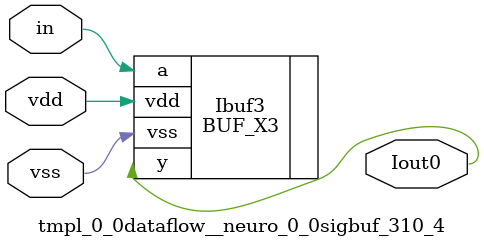
<source format=v>
module tmpl_0_0dataflow__neuro_0_0sigbuf_310_4(in, Iout0 , vdd, vss); 
   input vdd;
   input vss;
   input in;
   

// -- signals ---
   wire in;
   output Iout0 ;

// --- instances
BUF_X3 Ibuf3  (.y(Iout0 ), .a(in), .vdd(vdd), .vss(vss));
endmodule
</source>
